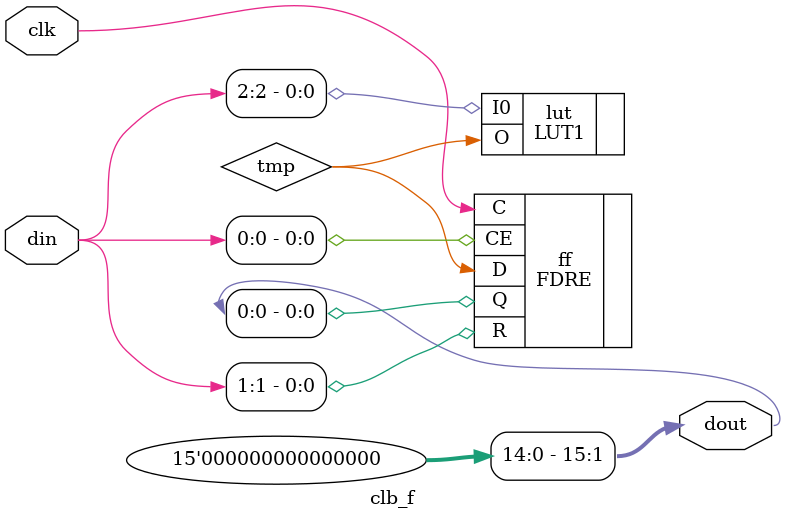
<source format=v>
module clb_f (input clk, input [15:0] din, output [15:0] dout);
	wire tmp;
	(* LOC="SLICE_X0Y245", BEL="D5LUT", LOCK_PINS="I0:A1", DONT_TOUCH *)
	LUT1 #(
		.INIT(2'b01)
	) lut (
		.I0(din[2]),
		.O(tmp)
	);
	(* LOC="SLICE_X0Y245", BEL="BFF", DONT_TOUCH *)
	FDRE ff (
		.C(clk),
		.Q(dout[0]),
		.CE(din[0]),
		.R(din[1]),
		.D(tmp)
	);
	assign dout[15:1] = 0;
endmodule
</source>
